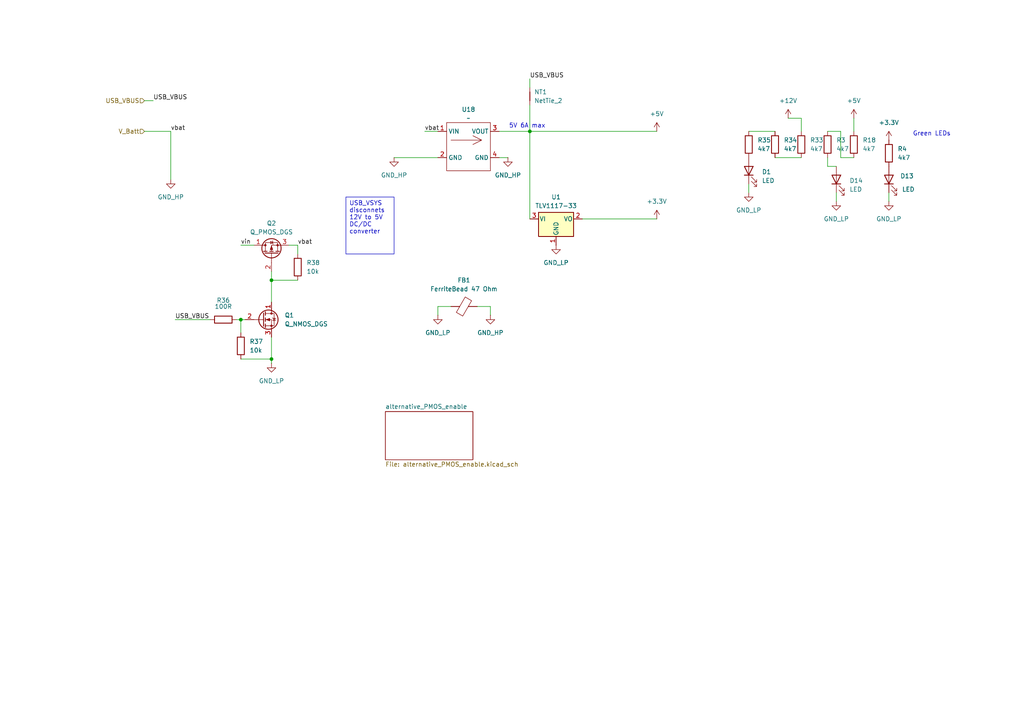
<source format=kicad_sch>
(kicad_sch (version 20231120) (generator "eeschema") (generator_version "8.0")
  (paper "A4")
  (lib_symbols
    (symbol "Device:FerriteBead" (pin_numbers hide) (pin_names (offset 0))
      (property "Reference" "FB" (at -3.81 0.635 90))
      (property "Value" "FerriteBead" (at 3.81 0 90))
      (symbol "FerriteBead_0_1"
        (polyline (pts (xy 0 -1.27) (xy 0 -1.2192)))
        (polyline (pts (xy 0 1.27) (xy 0 1.2954)))
        (polyline (pts (xy -2.7686 0.4064) (xy -1.7018 2.2606) (xy 2.7686 -0.3048) (xy 1.6764 -2.159) (xy -2.7686 0.4064)))
      )
      (symbol "FerriteBead_1_1"
        (pin passive line (at 0 3.81 270) (length 2.54) (name "~") (number "1"))
        (pin passive line (at 0 -3.81 90) (length 2.54) (name "~") (number "2"))
      )
    )
    (symbol "Device:LED" (pin_numbers hide) (pin_names (offset 1.016) hide)
      (property "Reference" "D" (at 0 2.54 0))
      (property "Value" "LED" (at 0 -2.54 0))
      (symbol "LED_0_1"
        (polyline (pts (xy -1.27 -1.27) (xy -1.27 1.27)) (stroke (width 0.254)))
        (polyline (pts (xy -1.27 0) (xy 1.27 0)))
        (polyline (pts (xy 1.27 -1.27) (xy 1.27 1.27) (xy -1.27 0) (xy 1.27 -1.27)) (stroke (width 0.254)))
        (polyline (pts (xy -3.048 -0.762) (xy -4.572 -2.286) (xy -3.81 -2.286) (xy -4.572 -2.286) (xy -4.572 -1.524)))
        (polyline (pts (xy -1.778 -0.762) (xy -3.302 -2.286) (xy -2.54 -2.286) (xy -3.302 -2.286) (xy -3.302 -1.524)))
      )
      (symbol "LED_1_1"
        (pin passive line (at -3.81 0 0) (length 2.54) (name "K") (number "1"))
        (pin passive line (at 3.81 0 180) (length 2.54) (name "A") (number "2"))
      )
    )
    (symbol "Device:NetTie_2" (pin_numbers hide) (pin_names (offset 0) hide) (in_bom no)
      (property "Reference" "NT" (at 0 1.27 0))
      (property "Value" "NetTie_2" (at 0 -1.27 0))
      (symbol "NetTie_2_0_1"
        (polyline (pts (xy -1.27 0) (xy 1.27 0)) (stroke (width 0.254)))
      )
      (symbol "NetTie_2_1_1"
        (pin passive line (at -2.54 0 0) (length 2.54) (name "1") (number "1"))
        (pin passive line (at 2.54 0 180) (length 2.54) (name "2") (number "2"))
      )
    )
    (symbol "Device:Q_NMOS_DGS" (pin_names (offset 0) hide)
      (property "Reference" "Q" (at 5.08 1.27 0))
      (property "Value" "Q_NMOS_DGS" (at 5.08 -1.27 0))
      (symbol "Q_NMOS_DGS_0_1"
        (polyline (pts (xy 0.254 0) (xy -2.54 0)))
        (polyline (pts (xy 0.254 1.905) (xy 0.254 -1.905)) (stroke (width 0.254)))
        (polyline (pts (xy 0.762 -1.27) (xy 0.762 -2.286)) (stroke (width 0.254)))
        (polyline (pts (xy 0.762 0.508) (xy 0.762 -0.508)) (stroke (width 0.254)))
        (polyline (pts (xy 0.762 2.286) (xy 0.762 1.27)) (stroke (width 0.254)))
        (polyline (pts (xy 2.54 2.54) (xy 2.54 1.778)))
        (polyline (pts (xy 2.54 -2.54) (xy 2.54 0) (xy 0.762 0)))
        (polyline (pts (xy 0.762 -1.778) (xy 3.302 -1.778) (xy 3.302 1.778) (xy 0.762 1.778)))
        (polyline (pts (xy 1.016 0) (xy 2.032 0.381) (xy 2.032 -0.381) (xy 1.016 0)) (fill (type outline)))
        (polyline (pts (xy 2.794 0.508) (xy 2.921 0.381) (xy 3.683 0.381) (xy 3.81 0.254)))
        (polyline (pts (xy 3.302 0.381) (xy 2.921 -0.254) (xy 3.683 -0.254) (xy 3.302 0.381)))
        (circle (center 1.651 0) (radius 2.794) (stroke (width 0.254)))
        (circle (center 2.54 -1.778) (radius 0.254) (fill (type outline)))
        (circle (center 2.54 1.778) (radius 0.254) (fill (type outline)))
      )
      (symbol "Q_NMOS_DGS_1_1"
        (pin passive line (at 2.54 5.08 270) (length 2.54) (name "D") (number "1"))
        (pin input line (at -5.08 0 0) (length 2.54) (name "G") (number "2"))
        (pin passive line (at 2.54 -5.08 90) (length 2.54) (name "S") (number "3"))
      )
    )
    (symbol "Device:Q_PMOS_DGS" (pin_names (offset 0) hide)
      (property "Reference" "Q" (at 5.08 1.27 0))
      (property "Value" "Q_PMOS_DGS" (at 5.08 -1.27 0))
      (symbol "Q_PMOS_DGS_0_1"
        (polyline (pts (xy 0.254 0) (xy -2.54 0)))
        (polyline (pts (xy 0.254 1.905) (xy 0.254 -1.905)) (stroke (width 0.254)))
        (polyline (pts (xy 0.762 -1.27) (xy 0.762 -2.286)) (stroke (width 0.254)))
        (polyline (pts (xy 0.762 0.508) (xy 0.762 -0.508)) (stroke (width 0.254)))
        (polyline (pts (xy 0.762 2.286) (xy 0.762 1.27)) (stroke (width 0.254)))
        (polyline (pts (xy 2.54 2.54) (xy 2.54 1.778)))
        (polyline (pts (xy 2.54 -2.54) (xy 2.54 0) (xy 0.762 0)))
        (polyline (pts (xy 0.762 1.778) (xy 3.302 1.778) (xy 3.302 -1.778) (xy 0.762 -1.778)))
        (polyline (pts (xy 2.286 0) (xy 1.27 0.381) (xy 1.27 -0.381) (xy 2.286 0)) (fill (type outline)))
        (polyline (pts (xy 2.794 -0.508) (xy 2.921 -0.381) (xy 3.683 -0.381) (xy 3.81 -0.254)))
        (polyline (pts (xy 3.302 -0.381) (xy 2.921 0.254) (xy 3.683 0.254) (xy 3.302 -0.381)))
        (circle (center 1.651 0) (radius 2.794) (stroke (width 0.254)))
        (circle (center 2.54 -1.778) (radius 0.254) (fill (type outline)))
        (circle (center 2.54 1.778) (radius 0.254) (fill (type outline)))
      )
      (symbol "Q_PMOS_DGS_1_1"
        (pin passive line (at 2.54 5.08 270) (length 2.54) (name "D") (number "1"))
        (pin input line (at -5.08 0 0) (length 2.54) (name "G") (number "2"))
        (pin passive line (at 2.54 -5.08 90) (length 2.54) (name "S") (number "3"))
      )
    )
    (symbol "Device:R" (pin_numbers hide) (pin_names (offset 0))
      (property "Reference" "R" (at 2.032 0 90))
      (property "Value" "R" (at 0 0 90))
      (symbol "R_0_1"
        (rectangle (start -1.016 -2.54) (end 1.016 2.54) (stroke (width 0.254)))
      )
      (symbol "R_1_1"
        (pin passive line (at 0 3.81 270) (length 1.27) (name "~") (number "1"))
        (pin passive line (at 0 -3.81 90) (length 1.27) (name "~") (number "2"))
      )
    )
    (symbol "HeavyDuty:DC/DC_Buck_Converter"
      (property "Reference" "U" (at 0 0 0))
      (symbol "DC/DC_Buck_Converter_0_1"
        (rectangle (start -6.35 7.62) (end 6.35 -6.35))
        (polyline (pts (xy -5.08 2.54) (xy 3.81 2.54) (xy 1.27 3.81) (xy 3.81 2.54) (xy 1.27 1.27)))
      )
      (symbol "DC/DC_Buck_Converter_1_1"
        (pin power_in line (at -8.89 5.08 0) (length 2.54) (name "VIN") (number "1"))
        (pin power_in line (at -8.89 -2.54 0) (length 2.54) (name "GND") (number "2"))
        (pin power_out line (at 8.89 5.08 180) (length 2.54) (name "VOUT") (number "3"))
        (pin power_out line (at 8.89 -2.54 180) (length 2.54) (name "GND") (number "4"))
      )
    )
    (symbol "Regulator_Linear:TLV1117-33" (pin_names (offset 0.254))
      (property "Reference" "U" (at -3.81 3.175 0))
      (property "Value" "TLV1117-33" (at 0 3.175 0))
      (symbol "TLV1117-33_0_1"
        (rectangle (start -5.08 -5.08) (end 5.08 1.905) (stroke (width 0.254)) (fill (type background)))
      )
      (symbol "TLV1117-33_1_1"
        (pin power_in line (at 0 -7.62 90) (length 2.54) (name "GND") (number "1"))
        (pin power_out line (at 7.62 0 180) (length 2.54) (name "VO") (number "2"))
        (pin power_in line (at -7.62 0 0) (length 2.54) (name "VI") (number "3"))
      )
    )
    (symbol "power:+12V" (power) (pin_numbers hide) (pin_names (offset 0) hide)
      (property "Value" "+12V" (at 0 3.556 0))
      (symbol "+12V_0_1"
        (polyline (pts (xy -0.762 1.27) (xy 0 2.54)))
        (polyline (pts (xy 0 0) (xy 0 2.54)))
        (polyline (pts (xy 0 2.54) (xy 0.762 1.27)))
      )
      (symbol "+12V_1_1"
        (pin power_in line (at 0 0 90) (length 0) (name "~") (number "1"))
      )
    )
    (symbol "power:+3.3V" (power) (pin_numbers hide) (pin_names (offset 0) hide)
      (property "Value" "+3.3V" (at 0 3.556 0))
      (symbol "+3.3V_0_1"
        (polyline (pts (xy -0.762 1.27) (xy 0 2.54)))
        (polyline (pts (xy 0 0) (xy 0 2.54)))
        (polyline (pts (xy 0 2.54) (xy 0.762 1.27)))
      )
      (symbol "+3.3V_1_1"
        (pin power_in line (at 0 0 90) (length 0) (name "~") (number "1"))
      )
    )
    (symbol "power:+5V" (power) (pin_numbers hide) (pin_names (offset 0) hide)
      (property "Value" "+5V" (at 0 3.556 0))
      (symbol "+5V_0_1"
        (polyline (pts (xy -0.762 1.27) (xy 0 2.54)))
        (polyline (pts (xy 0 0) (xy 0 2.54)))
        (polyline (pts (xy 0 2.54) (xy 0.762 1.27)))
      )
      (symbol "+5V_1_1"
        (pin power_in line (at 0 0 90) (length 0) (name "~") (number "1"))
      )
    )
    (symbol "power:GND1" (power) (pin_numbers hide) (pin_names (offset 0) hide)
      (property "Value" "GND1" (at 0 -3.81 0))
      (symbol "GND1_0_1"
        (polyline (pts (xy 0 0) (xy 0 -1.27) (xy 1.27 -1.27) (xy 0 -2.54) (xy -1.27 -1.27) (xy 0 -1.27)))
      )
      (symbol "GND1_1_1"
        (pin power_in line (at 0 0 270) (length 0) (name "~") (number "1"))
      )
    )
    (symbol "power:GND2" (power) (pin_numbers hide) (pin_names (offset 0) hide)
      (property "Value" "GND2" (at 0 -3.81 0))
      (symbol "GND2_0_1"
        (polyline (pts (xy 0 0) (xy 0 -1.27) (xy 1.27 -1.27) (xy 0 -2.54) (xy -1.27 -1.27) (xy 0 -1.27)))
      )
      (symbol "GND2_1_1"
        (pin power_in line (at 0 0 270) (length 0) (name "~") (number "1"))
      )
    )
  )
  (junction (at 69.85 92.71))
  (junction (at 78.74 104.14))
  (junction (at 78.74 81.28))
  (junction (at 153.67 38.1))
  (wire (pts (xy 78.74 81.28) (xy 78.74 78.74)))
  (wire (pts (xy 242.57 55.88) (xy 242.57 58.42)))
  (wire (pts (xy 78.74 81.28) (xy 78.74 87.63)))
  (wire (pts (xy 243.84 45.72) (xy 243.84 38.1)))
  (wire (pts (xy 69.85 92.71) (xy 71.12 92.71)))
  (wire (pts (xy 243.84 38.1) (xy 240.03 38.1)))
  (wire (pts (xy 257.81 55.88) (xy 257.81 58.42)))
  (wire (pts (xy 41.91 29.21) (xy 44.45 29.21)))
  (wire (pts (xy 69.85 104.14) (xy 78.74 104.14)))
  (wire (pts (xy 68.58 92.71) (xy 69.85 92.71)))
  (wire (pts (xy 232.41 34.29) (xy 232.41 38.1)))
  (wire (pts (xy 247.65 38.1) (xy 247.65 34.29)))
  (wire (pts (xy 153.67 38.1) (xy 153.67 63.5)))
  (wire (pts (xy 130.81 88.9) (xy 127 88.9)))
  (wire (pts (xy 78.74 97.79) (xy 78.74 104.14)))
  (wire (pts (xy 41.91 38.1) (xy 49.53 38.1)))
  (wire (pts (xy 168.91 63.5) (xy 190.5 63.5)))
  (wire (pts (xy 69.85 71.12) (xy 73.66 71.12)))
  (wire (pts (xy 153.67 22.86) (xy 153.67 25.4)))
  (wire (pts (xy 217.17 53.34) (xy 217.17 55.88)))
  (wire (pts (xy 142.24 88.9) (xy 138.43 88.9)))
  (wire (pts (xy 69.85 92.71) (xy 69.85 96.52)))
  (wire (pts (xy 127 88.9) (xy 127 91.44)))
  (wire (pts (xy 247.65 45.72) (xy 243.84 45.72)))
  (wire (pts (xy 242.57 48.26) (xy 240.03 48.26)))
  (wire (pts (xy 217.17 38.1) (xy 224.79 38.1)))
  (wire (pts (xy 144.78 38.1) (xy 153.67 38.1)))
  (wire (pts (xy 142.24 91.44) (xy 142.24 88.9)))
  (wire (pts (xy 49.53 38.1) (xy 49.53 52.07)))
  (wire (pts (xy 86.36 71.12) (xy 86.36 73.66)))
  (wire (pts (xy 144.78 45.72) (xy 147.32 45.72)))
  (wire (pts (xy 50.8 92.71) (xy 60.96 92.71)))
  (wire (pts (xy 114.3 45.72) (xy 127 45.72)))
  (wire (pts (xy 224.79 45.72) (xy 232.41 45.72)))
  (wire (pts (xy 78.74 104.14) (xy 78.74 105.41)))
  (wire (pts (xy 228.6 34.29) (xy 232.41 34.29)))
  (wire (pts (xy 123.19 38.1) (xy 127 38.1)))
  (wire (pts (xy 153.67 30.48) (xy 153.67 38.1)))
  (wire (pts (xy 153.67 38.1) (xy 190.5 38.1)))
  (wire (pts (xy 240.03 48.26) (xy 240.03 45.72)))
  (wire (pts (xy 86.36 71.12) (xy 83.82 71.12)))
  (wire (pts (xy 78.74 81.28) (xy 86.36 81.28)))
  (text_box "USB_VSYS disconnets 12V to 5V DC/DC converter" (at 100.33 57.15 0) (size 13.97 16.51) (effects (font (size 1.27 1.27)) (justify left top)))
  (text "Green LEDs" (at 270.256 38.862 0) (effects (font (size 1.27 1.27))))
  (text "5V 6A max" (at 152.908 36.576 0) (effects (font (size 1.27 1.27))))
  (label "vbat" (at 49.53 38.1 0))
  (label "vin" (at 69.85 71.12 0))
  (label "vbat" (at 86.36 71.12 0))
  (label "USB_VBUS" (at 44.45 29.21 0))
  (label "USB_VBUS" (at 153.67 22.86 0))
  (label "vbat" (at 123.19 38.1 0))
  (label "USB_VBUS" (at 50.8 92.71 0))
  (hierarchical_label "V_Batt" (shape input) (at 41.91 38.1 180))
  (hierarchical_label "USB_VBUS" (shape input) (at 41.91 29.21 180))
  (symbol (lib_id "Device:R") (at 240.03 41.91 180) (unit 1)
    (property "Reference" "R3" (at 242.57 40.6399 0) (effects (justify right)))
    (property "Value" "4k7" (at 242.57 43.1799 0) (effects (justify right)))
    (property "Footprint" "Resistor_SMD:R_0805_2012Metric" (effects (hide yes)))
    (property "Description" "Resistor" (effects (hide yes)))
  )
  (symbol (lib_id "Device:R") (at 232.41 41.91 180) (unit 1)
    (property "Reference" "R33" (at 234.95 40.6399 0) (effects (justify right)))
    (property "Value" "4k7" (at 234.95 43.1799 0) (effects (justify right)))
    (property "Footprint" "Resistor_SMD:R_0805_2012Metric" (effects (hide yes)))
    (property "Description" "Resistor" (effects (hide yes)))
  )
  (symbol (lib_id "power:GND2") (at 242.57 58.42 0) (unit 1)
    (property "Reference" "#PWR052" (effects (hide yes)))
    (property "Value" "GND_LP" (at 242.57 63.5 0))
    (property "Description" "Power symbol creates a global label with name \"GND2\" , ground" (effects (hide yes)))
  )
  (symbol (lib_id "power:GND2") (at 127 91.44 0) (unit 1)
    (property "Reference" "#PWR04" (effects (hide yes)))
    (property "Value" "GND_LP" (at 127 96.52 0))
    (property "Description" "Power symbol creates a global label with name \"GND2\" , ground" (effects (hide yes)))
  )
  (symbol (lib_id "power:GND2") (at 217.17 55.88 0) (unit 1)
    (property "Reference" "#PWR048" (effects (hide yes)))
    (property "Value" "GND_LP" (at 217.17 60.96 0))
    (property "Description" "Power symbol creates a global label with name \"GND2\" , ground" (effects (hide yes)))
  )
  (symbol (lib_id "Device:LED") (at 257.81 52.07 90) (unit 1)
    (property "Reference" "D13" (at 261.112 51.054 90) (effects (justify right)))
    (property "Value" "LED" (at 261.62 54.9274 90) (effects (justify right)))
    (property "Footprint" "LED_SMD:LED_1206_3216Metric" (effects (hide yes)))
    (property "Description" "Light emitting diode" (effects (hide yes)))
  )
  (symbol (lib_id "Device:FerriteBead") (at 134.62 88.9 90) (unit 1)
    (property "Reference" "FB1" (at 134.5692 81.28 90))
    (property "Value" "FerriteBead 47 Ohm" (at 134.5692 83.82 90))
    (property "Footprint" "Inductor_SMD:L_Walsin_WLFM201609x" (effects (hide yes)))
    (property "Description" "Ferrite bead" (effects (hide yes)))
  )
  (symbol (lib_id "power:+5V") (at 190.5 38.1 0) (unit 1)
    (property "Reference" "#PWR014" (effects (hide yes)))
    (property "Value" "+5V" (at 190.5 33.02 0))
    (property "Description" "Power symbol creates a global label with name \"+5V\"" (effects (hide yes)))
  )
  (symbol (lib_id "Device:LED") (at 217.17 49.53 90) (unit 1)
    (property "Reference" "D1" (at 220.98 49.8474 90) (effects (justify right)))
    (property "Value" "LED" (at 220.98 52.3874 90) (effects (justify right)))
    (property "Footprint" "LED_SMD:LED_1206_3216Metric" (effects (hide yes)))
    (property "Description" "Light emitting diode" (effects (hide yes)))
  )
  (symbol (lib_id "power:+5V") (at 247.65 34.29 0) (unit 1)
    (property "Reference" "#PWR051" (effects (hide yes)))
    (property "Value" "+5V" (at 247.65 29.21 0))
    (property "Description" "Power symbol creates a global label with name \"+5V\"" (effects (hide yes)))
  )
  (symbol (lib_id "Device:R") (at 247.65 41.91 180) (unit 1)
    (property "Reference" "R18" (at 250.19 40.6399 0) (effects (justify right)))
    (property "Value" "4k7" (at 250.19 43.1799 0) (effects (justify right)))
    (property "Footprint" "Resistor_SMD:R_0805_2012Metric" (effects (hide yes)))
    (property "Description" "Resistor" (effects (hide yes)))
  )
  (symbol (lib_id "Device:LED") (at 242.57 52.07 90) (unit 1)
    (property "Reference" "D14" (at 246.38 52.3874 90) (effects (justify right)))
    (property "Value" "LED" (at 246.38 54.9274 90) (effects (justify right)))
    (property "Footprint" "LED_SMD:LED_1206_3216Metric" (effects (hide yes)))
    (property "Description" "Light emitting diode" (effects (hide yes)))
  )
  (symbol (lib_id "Device:R") (at 224.79 41.91 180) (unit 1)
    (property "Reference" "R34" (at 227.33 40.6399 0) (effects (justify right)))
    (property "Value" "4k7" (at 227.33 43.1799 0) (effects (justify right)))
    (property "Footprint" "Resistor_SMD:R_0805_2012Metric" (effects (hide yes)))
    (property "Description" "Resistor" (effects (hide yes)))
  )
  (symbol (lib_id "Device:R") (at 217.17 41.91 180) (unit 1)
    (property "Reference" "R35" (at 219.71 40.6399 0) (effects (justify right)))
    (property "Value" "4k7" (at 219.71 43.1799 0) (effects (justify right)))
    (property "Footprint" "Resistor_SMD:R_0805_2012Metric" (effects (hide yes)))
    (property "Description" "Resistor" (effects (hide yes)))
  )
  (symbol (lib_id "power:+3.3V") (at 190.5 63.5 0) (unit 1)
    (property "Reference" "#PWR013" (effects (hide yes)))
    (property "Value" "+3.3V" (at 190.5 58.42 0))
    (property "Description" "Power symbol creates a global label with name \"+3.3V\"" (effects (hide yes)))
  )
  (symbol (lib_id "Device:R") (at 257.81 44.45 180) (unit 1)
    (property "Reference" "R4" (at 260.35 43.1799 0) (effects (justify right)))
    (property "Value" "4k7" (at 260.35 45.7199 0) (effects (justify right)))
    (property "Footprint" "Resistor_SMD:R_0805_2012Metric" (effects (hide yes)))
    (property "Description" "Resistor" (effects (hide yes)))
  )
  (symbol (lib_id "power:+12V") (at 228.6 34.29 0) (unit 1)
    (property "Reference" "#PWR047" (effects (hide yes)))
    (property "Value" "+12V" (at 228.6 29.21 0))
    (property "Description" "Power symbol creates a global label with name \"+12V\"" (effects (hide yes)))
  )
  (symbol (lib_id "power:GND2") (at 78.74 105.41 0) (unit 1)
    (property "Reference" "#PWR074" (effects (hide yes)))
    (property "Value" "GND_LP" (at 78.74 110.49 0))
    (property "Description" "Power symbol creates a global label with name \"GND2\" , ground" (effects (hide yes)))
  )
  (symbol (lib_id "Device:Q_PMOS_DGS") (at 78.74 73.66 90) (unit 1)
    (property "Reference" "Q2" (at 78.74 64.77 90))
    (property "Value" "Q_PMOS_DGS" (at 78.74 67.31 90))
    (property "Footprint" "Package_TO_SOT_SMD:SOT-323_SC-70" (effects (hide yes)))
    (property "Description" "P-MOSFET transistor, drain/gate/source" (effects (hide yes)))
  )
  (symbol (lib_id "power:GND1") (at 49.53 52.07 0) (unit 1)
    (property "Reference" "#PWR057" (effects (hide yes)))
    (property "Value" "GND_HP" (at 49.53 57.15 0))
    (property "Description" "Power symbol creates a global label with name \"GND1\" , ground" (effects (hide yes)))
  )
  (symbol (lib_id "Device:NetTie_2") (at 153.67 27.94 90) (unit 1) (in_bom no)
    (property "Reference" "NT1" (at 154.94 26.6699 90) (effects (justify right)))
    (property "Value" "NetTie_2" (at 154.94 29.2099 90) (effects (justify right)))
    (property "Footprint" "NetTie:NetTie-2_THT_Pad1.0mm" (effects (hide yes)))
    (property "Description" "Net tie, 2 pins" (effects (hide yes)))
  )
  (symbol (lib_id "Device:R") (at 86.36 77.47 0) (unit 1)
    (property "Reference" "R38" (at 88.9 76.1999 0) (effects (justify left)))
    (property "Value" "10k" (at 88.9 78.7399 0) (effects (justify left)))
    (property "Footprint" "Resistor_SMD:R_0805_2012Metric" (effects (hide yes)))
    (property "Description" "Resistor" (effects (hide yes)))
  )
  (symbol (lib_id "power:GND1") (at 114.3 45.72 0) (unit 1)
    (property "Reference" "#PWR03" (effects (hide yes)))
    (property "Value" "GND_HP" (at 114.3 50.8 0))
    (property "Description" "Power symbol creates a global label with name \"GND1\" , ground" (effects (hide yes)))
  )
  (symbol (lib_id "power:GND1") (at 142.24 91.44 0) (unit 1)
    (property "Reference" "#PWR06" (effects (hide yes)))
    (property "Value" "GND_HP" (at 142.24 96.52 0))
    (property "Description" "Power symbol creates a global label with name \"GND1\" , ground" (effects (hide yes)))
  )
  (symbol (lib_id "Device:R") (at 64.77 92.71 270) (unit 1)
    (property "Reference" "R36" (at 64.77 87.122 90))
    (property "Value" "100R" (at 64.77 88.9 90))
    (property "Footprint" "Resistor_SMD:R_0805_2012Metric" (effects (hide yes)))
    (property "Description" "Resistor" (effects (hide yes)))
  )
  (symbol (lib_id "Device:R") (at 69.85 100.33 0) (unit 1)
    (property "Reference" "R37" (at 72.39 99.0599 0) (effects (justify left)))
    (property "Value" "10k" (at 72.39 101.5999 0) (effects (justify left)))
    (property "Footprint" "Resistor_SMD:R_0805_2012Metric" (effects (hide yes)))
    (property "Description" "Resistor" (effects (hide yes)))
  )
  (symbol (lib_id "power:+3.3V") (at 257.81 40.64 0) (unit 1)
    (property "Reference" "#PWR049" (effects (hide yes)))
    (property "Value" "+3.3V" (at 257.81 35.56 0))
    (property "Description" "Power symbol creates a global label with name \"+3.3V\"" (effects (hide yes)))
  )
  (symbol (lib_id "power:GND2") (at 257.81 58.42 0) (unit 1)
    (property "Reference" "#PWR050" (effects (hide yes)))
    (property "Value" "GND_LP" (at 257.81 63.5 0))
    (property "Description" "Power symbol creates a global label with name \"GND2\" , ground" (effects (hide yes)))
  )
  (symbol (lib_id "HeavyDuty:DC/DC_Buck_Converter") (at 135.89 43.18 0) (unit 1)
    (property "Reference" "U18" (at 135.89 31.75 0))
    (property "Value" "~" (at 135.89 34.29 0))
    (property "Footprint" "HeavyDuty:mini360" (effects (hide yes)))
  )
  (symbol (lib_id "Regulator_Linear:TLV1117-33") (at 161.29 63.5 0) (unit 1)
    (property "Reference" "U1" (at 161.29 57.15 0))
    (property "Value" "TLV1117-33" (at 161.29 59.69 0))
    (property "Footprint" "Package_TO_SOT_SMD:SOT-223-3_TabPin2" (effects (hide yes)))
    (property "Datasheet" "http://www.ti.com/lit/ds/symlink/tlv1117.pdf" (effects (hide yes)))
    (property "Description" "800mA Low-Dropout Linear Regulator, 3.3V fixed output, TO-220/TO-252/TO-263/SOT-223" (effects (hide yes)))
    (property "JLC" "C37359" (effects (hide yes)))
  )
  (symbol (lib_id "power:GND2") (at 161.29 71.12 0) (unit 1)
    (property "Reference" "#PWR09" (effects (hide yes)))
    (property "Value" "GND_LP" (at 161.29 76.2 0))
    (property "Description" "Power symbol creates a global label with name \"GND2\" , ground" (effects (hide yes)))
  )
  (symbol (lib_id "power:GND1") (at 147.32 45.72 0) (unit 1)
    (property "Reference" "#PWR010" (effects (hide yes)))
    (property "Value" "GND_HP" (at 147.32 50.8 0))
    (property "Description" "Power symbol creates a global label with name \"GND1\" , ground" (effects (hide yes)))
  )
  (symbol (lib_id "Device:Q_NMOS_DGS") (at 76.2 92.71 0) (unit 1)
    (property "Reference" "Q1" (at 82.55 91.4399 0) (effects (justify left)))
    (property "Value" "Q_NMOS_DGS" (at 82.55 93.9799 0) (effects (justify left)))
    (property "Footprint" "Package_TO_SOT_SMD:SOT-323_SC-70" (effects (hide yes)))
    (property "Description" "N-MOSFET transistor, drain/gate/source" (effects (hide yes)))
  )
  (sheet (at 111.76 119.38) (size 25.4 13.97) (stroke (width 0.1524))
    (property "Sheetname" "alternative_PMOS_enable" (at 111.76 118.6684 0) (effects (justify left bottom)))
    (property "Sheetfile" "alternative_PMOS_enable.kicad_sch" (at 111.76 133.9346 0) (effects (justify left top)))
  )
)
</source>
